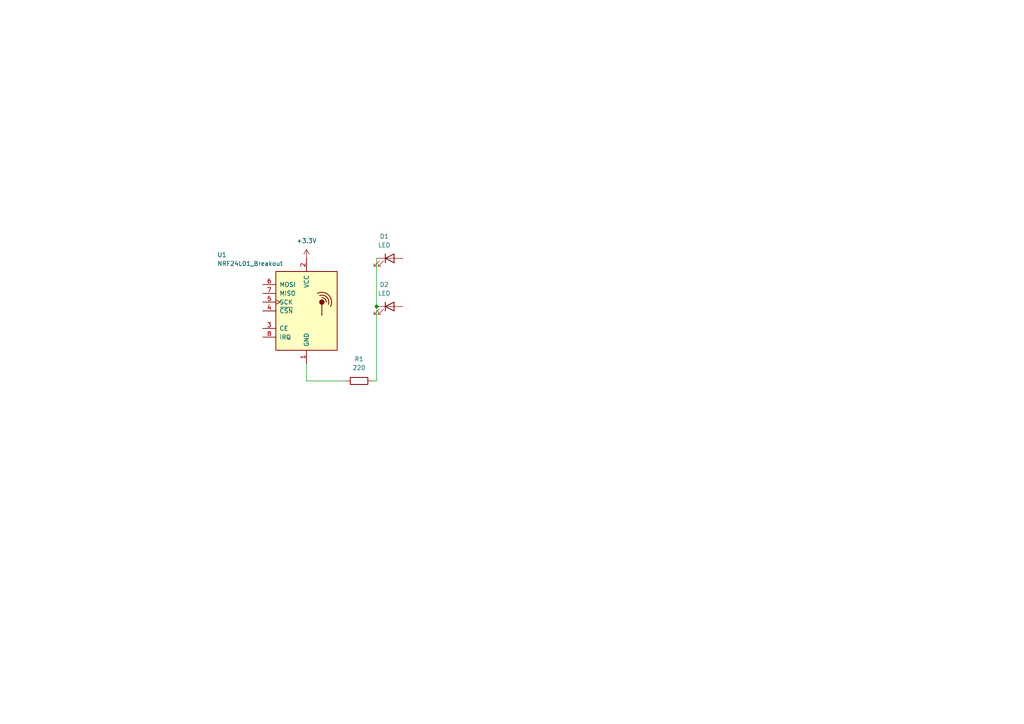
<source format=kicad_sch>
(kicad_sch (version 20231120) (generator "eeschema") (generator_version "8.0")
  (paper "A4")
  (lib_symbols
    (symbol "Device:LED" (pin_numbers hide) (pin_names (offset 1.016) hide)
      (property "Reference" "D" (at 0 2.54 0))
      (property "Value" "LED" (at 0 -2.54 0))
      (symbol "LED_0_1"
        (polyline (pts (xy -1.27 -1.27) (xy -1.27 1.27)) (stroke (width 0.254)))
        (polyline (pts (xy -1.27 0) (xy 1.27 0)))
        (polyline (pts (xy 1.27 -1.27) (xy 1.27 1.27) (xy -1.27 0) (xy 1.27 -1.27)) (stroke (width 0.254)))
        (polyline (pts (xy -3.048 -0.762) (xy -4.572 -2.286) (xy -3.81 -2.286) (xy -4.572 -2.286) (xy -4.572 -1.524)))
        (polyline (pts (xy -1.778 -0.762) (xy -3.302 -2.286) (xy -2.54 -2.286) (xy -3.302 -2.286) (xy -3.302 -1.524)))
      )
      (symbol "LED_1_1"
        (pin passive line (at -3.81 0 0) (length 2.54) (name "K") (number "1"))
        (pin passive line (at 3.81 0 180) (length 2.54) (name "A") (number "2"))
      )
    )
    (symbol "Device:R" (pin_numbers hide) (pin_names (offset 0))
      (property "Reference" "R" (at 2.032 0 90))
      (property "Value" "R" (at 0 0 90))
      (symbol "R_0_1"
        (rectangle (start -1.016 -2.54) (end 1.016 2.54) (stroke (width 0.254)))
      )
      (symbol "R_1_1"
        (pin passive line (at 0 3.81 270) (length 1.27) (name "~") (number "1"))
        (pin passive line (at 0 -3.81 90) (length 1.27) (name "~") (number "2"))
      )
    )
    (symbol "RF:NRF24L01_Breakout" (pin_names (offset 1.016))
      (property "Reference" "U" (at -8.89 12.7 0))
      (property "Value" "NRF24L01_Breakout" (at 3.81 12.7 0))
      (symbol "NRF24L01_Breakout_0_1"
        (rectangle (start -8.89 11.43) (end 8.89 -11.43) (stroke (width 0.254)) (fill (type background)))
        (polyline (pts (xy 4.445 1.905) (xy 4.445 -1.27)) (stroke (width 0.254)))
        (circle (center 4.445 2.54) (radius 0.635) (stroke (width 0.254)) (fill (type outline)))
        (arc (start 5.715 2.54) (mid 5.3521 3.4546) (end 4.445 3.81) (stroke (width 0.254)))
        (arc (start 6.35 1.905) (mid 5.8763 3.9854) (end 3.81 4.445) (stroke (width 0.254)))
        (arc (start 6.985 1.27) (mid 6.453 4.548) (end 3.175 5.08) (stroke (width 0.254)))
      )
      (symbol "NRF24L01_Breakout_1_1"
        (pin power_in line (at 0 -15.24 90) (length 3.81) (name "GND") (number "1"))
        (pin power_in line (at 0 15.24 270) (length 3.81) (name "VCC") (number "2"))
        (pin input line (at -12.7 -5.08 0) (length 3.81) (name "CE") (number "3"))
        (pin input line (at -12.7 0 0) (length 3.81) (name "~{CSN}") (number "4"))
        (pin input clock (at -12.7 2.54 0) (length 3.81) (name "SCK") (number "5"))
        (pin input line (at -12.7 7.62 0) (length 3.81) (name "MOSI") (number "6"))
        (pin output line (at -12.7 5.08 0) (length 3.81) (name "MISO") (number "7"))
        (pin output line (at -12.7 -7.62 0) (length 3.81) (name "IRQ") (number "8"))
      )
    )
    (symbol "power:+3.3V" (power) (pin_numbers hide) (pin_names (offset 0) hide)
      (property "Value" "+3.3V" (at 0 3.556 0))
      (symbol "+3.3V_0_1"
        (polyline (pts (xy -0.762 1.27) (xy 0 2.54)))
        (polyline (pts (xy 0 0) (xy 0 2.54)))
        (polyline (pts (xy 0 2.54) (xy 0.762 1.27)))
      )
      (symbol "+3.3V_1_1"
        (pin power_in line (at 0 0 90) (length 0) (name "~") (number "1"))
      )
    )
  )
  (junction (at 109.22 88.9))
  (wire (pts (xy 109.22 110.49) (xy 109.22 88.9)))
  (wire (pts (xy 109.22 88.9) (xy 109.22 74.93)))
  (wire (pts (xy 88.9 110.49) (xy 100.33 110.49)))
  (wire (pts (xy 107.95 110.49) (xy 109.22 110.49)))
  (wire (pts (xy 88.9 105.41) (xy 88.9 110.49)))
  (symbol (lib_id "Device:LED") (at 113.03 74.93 0) (unit 1)
    (property "Reference" "D1" (at 111.4425 68.58 0))
    (property "Value" "LED" (at 111.4425 71.12 0))
    (property "Footprint" "Resistor_THT:R_Axial_DIN0204_L3.6mm_D1.6mm_P1.90mm_Vertical" (effects (hide yes)))
    (property "Description" "Light emitting diode" (effects (hide yes)))
  )
  (symbol (lib_id "Device:LED") (at 113.03 88.9 0) (unit 1)
    (property "Reference" "D2" (at 111.4425 82.55 0))
    (property "Value" "LED" (at 111.4425 85.09 0))
    (property "Footprint" "Resistor_THT:R_Axial_DIN0204_L3.6mm_D1.6mm_P1.90mm_Vertical" (effects (hide yes)))
    (property "Description" "Light emitting diode" (effects (hide yes)))
  )
  (symbol (lib_id "Device:R") (at 104.14 110.49 270) (unit 1)
    (property "Reference" "R1" (at 104.14 104.14 90))
    (property "Value" "220" (at 104.14 106.68 90))
    (property "Footprint" "Resistor_THT:R_Axial_DIN0204_L3.6mm_D1.6mm_P1.90mm_Vertical" (effects (hide yes)))
    (property "Description" "Resistor" (effects (hide yes)))
  )
  (symbol (lib_id "RF:NRF24L01_Breakout") (at 88.9 90.17 0) (unit 1)
    (property "Reference" "U1" (at 62.992 73.914 0) (effects (justify left)))
    (property "Value" "NRF24L01_Breakout" (at 62.992 76.454 0) (effects (justify left)))
    (property "Footprint" "RF_Module:nRF24L01_Breakout" (effects (hide yes)))
    (property "Datasheet" "http://www.nordicsemi.com/eng/content/download/2730/34105/file/nRF24L01_Product_Specification_v2_0.pdf" (effects (hide yes)))
    (property "Description" "Ultra low power 2.4GHz RF Transceiver, Carrier PCB" (effects (hide yes)))
  )
  (symbol (lib_id "power:+3.3V") (at 88.9 74.93 0) (unit 1)
    (property "Reference" "#PWR01" (effects (hide yes)))
    (property "Value" "+3.3V" (at 88.9 69.85 0))
    (property "Description" "Power symbol creates a global label with name \"+3.3V\"" (effects (hide yes)))
  )
)
</source>
